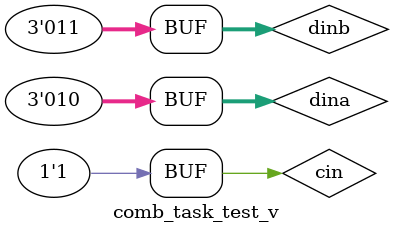
<source format=v>
`timescale 1ns/1ps
module comb_task_test_v;
reg [0:2] dina;
reg [0:2] dinb;
reg cin;
wire [0:2] sum;
wire cout;

initial begin
   $dumpfile("wave.vcd");
   $dumpvars(0, comb_task_test_v);
    dina=0;    dinb=0;    cin=0;
    #100;    dina=3'b001;   dinb=3'b101;
    #100;    cin=1;    dina=3'b010;   dinb=3'b111;
    #100;    cin=1;    dina=3'b010;   dinb=3'b011;
end

comb_task ul(.dina(dina), .dinb(dinb), .cin(cin), .sum(sum), .cout(cout));
endmodule

</source>
